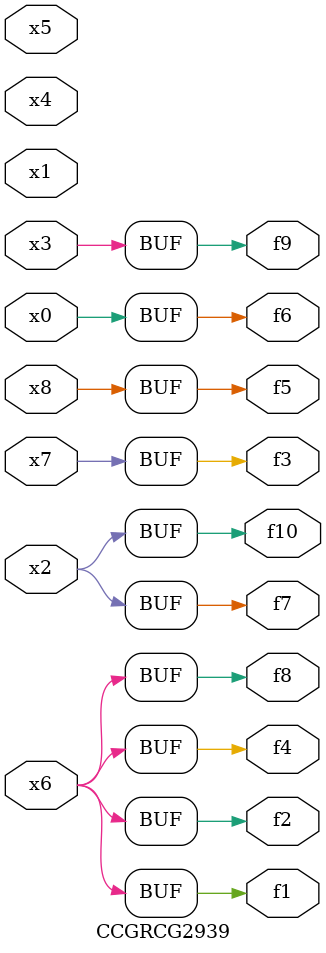
<source format=v>
module CCGRCG2939(
	input x0, x1, x2, x3, x4, x5, x6, x7, x8,
	output f1, f2, f3, f4, f5, f6, f7, f8, f9, f10
);
	assign f1 = x6;
	assign f2 = x6;
	assign f3 = x7;
	assign f4 = x6;
	assign f5 = x8;
	assign f6 = x0;
	assign f7 = x2;
	assign f8 = x6;
	assign f9 = x3;
	assign f10 = x2;
endmodule

</source>
